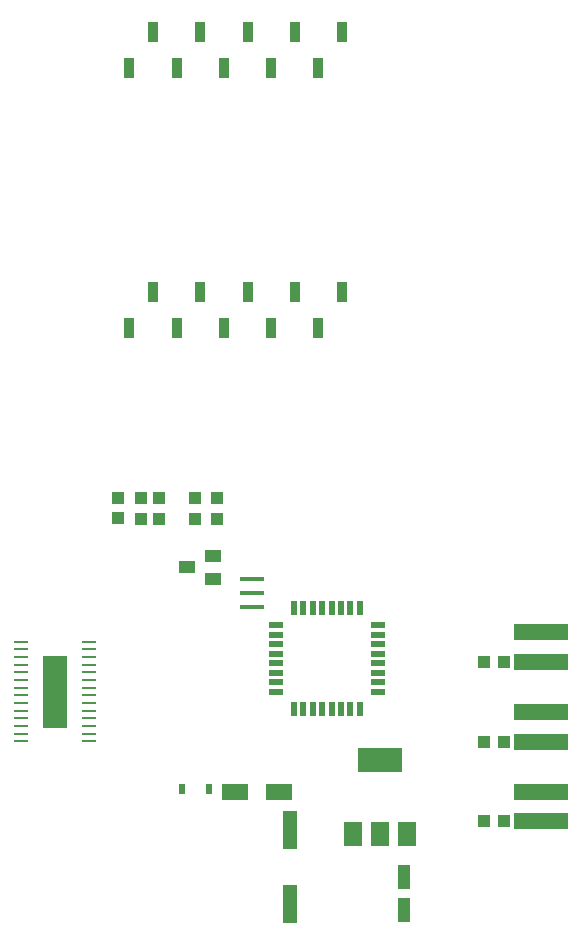
<source format=gtp>
G75*
G70*
%OFA0B0*%
%FSLAX24Y24*%
%IPPOS*%
%LPD*%
%AMOC8*
5,1,8,0,0,1.08239X$1,22.5*
%
%ADD10R,0.0461X0.0098*%
%ADD11R,0.0787X0.2441*%
%ADD12R,0.0827X0.0157*%
%ADD13R,0.0248X0.0327*%
%ADD14R,0.0850X0.0551*%
%ADD15R,0.0512X0.1299*%
%ADD16R,0.0394X0.0787*%
%ADD17R,0.0394X0.0433*%
%ADD18R,0.0551X0.0394*%
%ADD19R,0.0220X0.0500*%
%ADD20R,0.0500X0.0220*%
%ADD21R,0.0591X0.0787*%
%ADD22R,0.1496X0.0787*%
%ADD23R,0.0335X0.0669*%
%ADD24R,0.0433X0.0394*%
%ADD25R,0.1810X0.0550*%
D10*
X003119Y008695D03*
X003119Y008951D03*
X003119Y009207D03*
X003119Y009463D03*
X003119Y009719D03*
X003119Y009974D03*
X003119Y010230D03*
X003119Y010486D03*
X003119Y010742D03*
X003119Y010998D03*
X003119Y011254D03*
X003119Y011510D03*
X003119Y011766D03*
X003119Y012022D03*
X005399Y012022D03*
X005399Y011766D03*
X005399Y011510D03*
X005399Y011254D03*
X005399Y010998D03*
X005399Y010742D03*
X005399Y010486D03*
X005399Y010230D03*
X005399Y009974D03*
X005399Y009719D03*
X005399Y009463D03*
X005399Y009207D03*
X005399Y008951D03*
X005399Y008695D03*
D11*
X004259Y010358D03*
D12*
X010818Y013177D03*
X010818Y013650D03*
X010818Y014122D03*
D13*
X009393Y007118D03*
X008487Y007118D03*
D14*
X010274Y007024D03*
X011731Y007024D03*
D15*
X012105Y005738D03*
X012105Y003278D03*
D16*
X015881Y003069D03*
X015881Y004191D03*
D17*
X009649Y016126D03*
X009649Y016795D03*
X008928Y016795D03*
X008928Y016126D03*
X007719Y016126D03*
X007719Y016795D03*
X007125Y016795D03*
X007125Y016126D03*
X006345Y016138D03*
X006345Y016807D03*
D18*
X008676Y014500D03*
X009542Y014126D03*
X009542Y014874D03*
D19*
X012219Y013151D03*
X012534Y013151D03*
X012849Y013151D03*
X013164Y013151D03*
X013479Y013151D03*
X013794Y013151D03*
X014109Y013151D03*
X014424Y013151D03*
X014424Y009771D03*
X014109Y009771D03*
X013794Y009771D03*
X013479Y009771D03*
X013164Y009771D03*
X012849Y009771D03*
X012534Y009771D03*
X012219Y009771D03*
D20*
X011632Y010358D03*
X011632Y010673D03*
X011632Y010988D03*
X011632Y011303D03*
X011632Y011618D03*
X011632Y011933D03*
X011632Y012248D03*
X011632Y012563D03*
X015012Y012563D03*
X015012Y012248D03*
X015012Y011933D03*
X015012Y011618D03*
X015012Y011303D03*
X015012Y010988D03*
X015012Y010673D03*
X015012Y010358D03*
D21*
X015093Y005594D03*
X014188Y005594D03*
X015999Y005594D03*
D22*
X015093Y008075D03*
D23*
X013042Y022488D03*
X012255Y023669D03*
X011467Y022488D03*
X010680Y023669D03*
X009893Y022488D03*
X009105Y023669D03*
X008318Y022488D03*
X007530Y023669D03*
X006743Y022488D03*
X006743Y031150D03*
X007530Y032331D03*
X008318Y031150D03*
X009105Y032331D03*
X009893Y031150D03*
X010680Y032331D03*
X011467Y031150D03*
X012255Y032331D03*
X013042Y031150D03*
X013830Y032331D03*
X013830Y023669D03*
D24*
X018546Y011350D03*
X019215Y011350D03*
X019215Y008693D03*
X018546Y008693D03*
X018546Y006035D03*
X019215Y006035D03*
D25*
X020456Y006030D03*
X020456Y007020D03*
X020456Y008687D03*
X020456Y009677D03*
X020456Y011345D03*
X020456Y012335D03*
M02*

</source>
